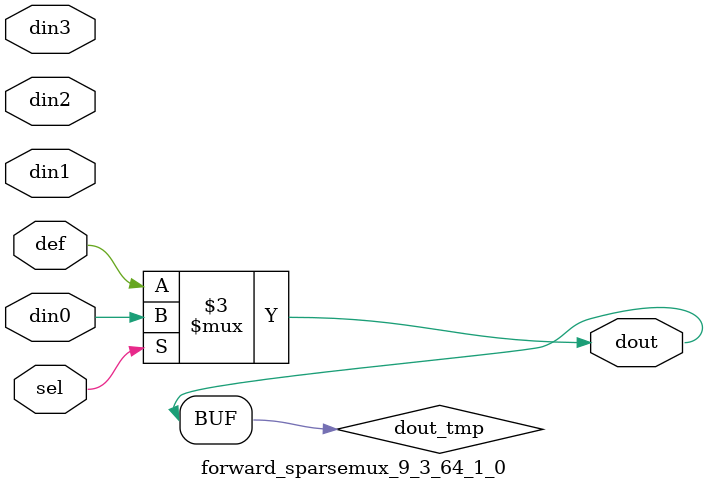
<source format=v>
`timescale 1ns / 1ps

module forward_sparsemux_9_3_64_1_0 (din0,din1,din2,din3,def,sel,dout);

parameter din0_WIDTH = 1;

parameter din1_WIDTH = 1;

parameter din2_WIDTH = 1;

parameter din3_WIDTH = 1;

parameter def_WIDTH = 1;
parameter sel_WIDTH = 1;
parameter dout_WIDTH = 1;

parameter [sel_WIDTH-1:0] CASE0 = 1;

parameter [sel_WIDTH-1:0] CASE1 = 1;

parameter [sel_WIDTH-1:0] CASE2 = 1;

parameter [sel_WIDTH-1:0] CASE3 = 1;

parameter ID = 1;
parameter NUM_STAGE = 1;



input [din0_WIDTH-1:0] din0;

input [din1_WIDTH-1:0] din1;

input [din2_WIDTH-1:0] din2;

input [din3_WIDTH-1:0] din3;

input [def_WIDTH-1:0] def;
input [sel_WIDTH-1:0] sel;

output [dout_WIDTH-1:0] dout;



reg [dout_WIDTH-1:0] dout_tmp;


always @ (*) begin
(* parallel_case *) case (sel)
    
    CASE0 : dout_tmp = din0;
    
    CASE1 : dout_tmp = din1;
    
    CASE2 : dout_tmp = din2;
    
    CASE3 : dout_tmp = din3;
    
    default : dout_tmp = def;
endcase
end


assign dout = dout_tmp;



endmodule

</source>
